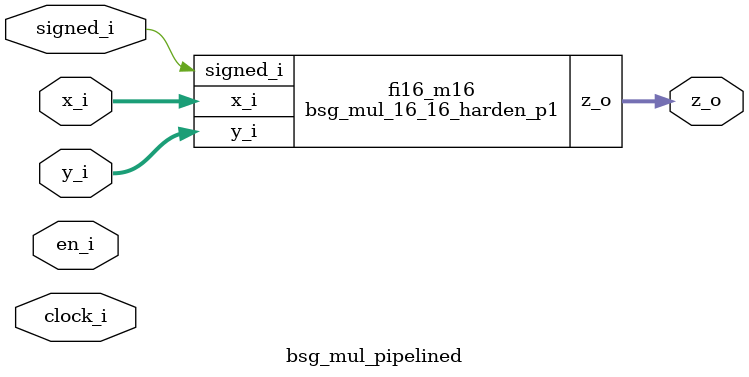
<source format=v>


module top
(
  clock_i,
  en_i,
  x_i,
  y_i,
  signed_i,
  z_o
);

  input [15:0] x_i;
  input [15:0] y_i;
  output [31:0] z_o;
  input clock_i;
  input en_i;
  input signed_i;

  bsg_mul_pipelined
  wrapper
  (
    .x_i(x_i),
    .y_i(y_i),
    .z_o(z_o),
    .clock_i(clock_i),
    .en_i(en_i),
    .signed_i(signed_i)
  );


endmodule



module bsg_mul_SDN_width_p16
(
  x_i,
  signed_i,
  SDN_o
);

  input [15:0] x_i;
  output [26:0] SDN_o;
  input signed_i;
  wire [26:0] SDN_o;
  wire N0,N1,N2,N3,N4,N5,N6,N7,N8,N9,N10,N11,N12,N13,N14,N15,N16,N17,N18,N19,N20,N21,
  N22,N23,N24,N25,N26,N27,N28,N29,N30,N31,N32,N33,N34,N35,N36,N37,N38,N39,N40,N41,
  N42,N43,N44,N45,N46,N47,N48,N49,N50,N51,N52,N53,N54;
  wire [1:0] rof_8__trip;
  assign SDN_o[21] = x_i[15];
  assign SDN_o[18] = x_i[13];
  assign SDN_o[15] = x_i[11];
  assign SDN_o[12] = x_i[9];
  assign SDN_o[9] = x_i[7];
  assign SDN_o[6] = x_i[5];
  assign SDN_o[3] = x_i[3];
  assign SDN_o[0] = x_i[1];
  assign SDN_o[1] = N2 | N5;
  assign N2 = N0 & N1;
  assign N0 = x_i[0] & 1'b0;
  assign N1 = ~x_i[1];
  assign N5 = N4 & x_i[1];
  assign N4 = ~N3;
  assign N3 = x_i[0] | 1'b0;
  assign SDN_o[2] = 1'b0 ^ x_i[0];
  assign SDN_o[4] = N8 | N11;
  assign N8 = N6 & N7;
  assign N6 = x_i[2] & x_i[1];
  assign N7 = ~x_i[3];
  assign N11 = N10 & x_i[3];
  assign N10 = ~N9;
  assign N9 = x_i[2] | x_i[1];
  assign SDN_o[5] = x_i[1] ^ x_i[2];
  assign SDN_o[7] = N14 | N17;
  assign N14 = N12 & N13;
  assign N12 = x_i[4] & x_i[3];
  assign N13 = ~x_i[5];
  assign N17 = N16 & x_i[5];
  assign N16 = ~N15;
  assign N15 = x_i[4] | x_i[3];
  assign SDN_o[8] = x_i[3] ^ x_i[4];
  assign SDN_o[10] = N20 | N23;
  assign N20 = N18 & N19;
  assign N18 = x_i[6] & x_i[5];
  assign N19 = ~x_i[7];
  assign N23 = N22 & x_i[7];
  assign N22 = ~N21;
  assign N21 = x_i[6] | x_i[5];
  assign SDN_o[11] = x_i[5] ^ x_i[6];
  assign SDN_o[13] = N26 | N29;
  assign N26 = N24 & N25;
  assign N24 = x_i[8] & x_i[7];
  assign N25 = ~x_i[9];
  assign N29 = N28 & x_i[9];
  assign N28 = ~N27;
  assign N27 = x_i[8] | x_i[7];
  assign SDN_o[14] = x_i[7] ^ x_i[8];
  assign SDN_o[16] = N32 | N35;
  assign N32 = N30 & N31;
  assign N30 = x_i[10] & x_i[9];
  assign N31 = ~x_i[11];
  assign N35 = N34 & x_i[11];
  assign N34 = ~N33;
  assign N33 = x_i[10] | x_i[9];
  assign SDN_o[17] = x_i[9] ^ x_i[10];
  assign SDN_o[19] = N38 | N41;
  assign N38 = N36 & N37;
  assign N36 = x_i[12] & x_i[11];
  assign N37 = ~x_i[13];
  assign N41 = N40 & x_i[13];
  assign N40 = ~N39;
  assign N39 = x_i[12] | x_i[11];
  assign SDN_o[20] = x_i[11] ^ x_i[12];
  assign SDN_o[22] = N44 | N47;
  assign N44 = N42 & N43;
  assign N42 = x_i[14] & x_i[13];
  assign N43 = ~x_i[15];
  assign N47 = N46 & x_i[15];
  assign N46 = ~N45;
  assign N45 = x_i[14] | x_i[13];
  assign SDN_o[23] = x_i[13] ^ x_i[14];
  assign SDN_o[24] = 1'b0 & N48;
  assign N48 = ~signed_i;
  assign rof_8__trip[1] = 1'b0 & N48;
  assign rof_8__trip[0] = x_i[15] & N48;
  assign SDN_o[25] = N51 | N54;
  assign N51 = N49 & N50;
  assign N49 = rof_8__trip[1] & rof_8__trip[0];
  assign N50 = ~SDN_o[24];
  assign N54 = N53 & SDN_o[24];
  assign N53 = ~N52;
  assign N52 = rof_8__trip[1] | rof_8__trip[0];
  assign SDN_o[26] = rof_8__trip[0] ^ rof_8__trip[1];

endmodule



module bsg_mul_csa
(
  x_i,
  y_i,
  z_i,
  c_o,
  s_o
);

  input x_i;
  input y_i;
  input z_i;
  output c_o;
  output s_o;
  wire c_o,s_o,N0,N1;
  assign { N1, N0 } = x_i + y_i;
  assign { c_o, s_o } = { N1, N0 } + z_i;

endmodule



module bsg_mul_comp42
(
  i,
  cr_i,
  cl_o,
  c_o,
  s_o
);

  input [3:0] i;
  input cr_i;
  output cl_o;
  output c_o;
  output s_o;
  wire cl_o,c_o,s_o,tmp;

  bsg_mul_csa
  csa_1
  (
    .x_i(i[0]),
    .y_i(i[1]),
    .z_i(i[2]),
    .c_o(cl_o),
    .s_o(tmp)
  );


  bsg_mul_csa
  csa_2
  (
    .x_i(i[3]),
    .y_i(tmp),
    .z_i(cr_i),
    .c_o(c_o),
    .s_o(s_o)
  );


endmodule



module bsg_mul_booth_4_block_000002_000000_00000c_000000
(
  SDN_i,
  cr_i,
  y_i,
  cl_o,
  c_o,
  s_o
);

  input [14:0] SDN_i;
  input [7:0] y_i;
  input cr_i;
  output cl_o;
  output c_o;
  output s_o;
  wire cl_o,c_o,s_o,N0,N1,N2;
  wire [0:0] dot_vals;

  bsg_mul_comp42
  c
  (
    .i({ 1'b0, 1'b0, SDN_i[3:3], dot_vals[0:0] }),
    .cr_i(cr_i),
    .cl_o(cl_o),
    .c_o(c_o),
    .s_o(s_o)
  );

  assign dot_vals[0] = N2 ^ SDN_i[3];
  assign N2 = N0 | N1;
  assign N0 = SDN_i[5] & y_i[1];
  assign N1 = SDN_i[4] & y_i[0];

endmodule



module bsg_mul_booth_4_block_000000_000000_00000e_000000
(
  SDN_i,
  cr_i,
  y_i,
  cl_o,
  c_o,
  s_o
);

  input [14:0] SDN_i;
  input [7:0] y_i;
  input cr_i;
  output cl_o;
  output c_o;
  output s_o;
  wire cl_o,c_o,s_o,N0,N1,N2;
  wire [0:0] dot_vals;

  bsg_mul_comp42
  c
  (
    .i({ 1'b0, 1'b0, 1'b0, dot_vals[0:0] }),
    .cr_i(cr_i),
    .cl_o(cl_o),
    .c_o(c_o),
    .s_o(s_o)
  );

  assign dot_vals[0] = N2 ^ SDN_i[3];
  assign N2 = N0 | N1;
  assign N0 = SDN_i[5] & y_i[1];
  assign N1 = SDN_i[4] & y_i[0];

endmodule



module bsg_mul_booth_4_block_000004_000000_000008_000000
(
  SDN_i,
  cr_i,
  y_i,
  cl_o,
  c_o,
  s_o
);

  input [14:0] SDN_i;
  input [7:0] y_i;
  input cr_i;
  output cl_o;
  output c_o;
  output s_o;
  wire cl_o,c_o,s_o,N0,N1,N2,N3,N4,N5;
  wire [1:0] dot_vals;

  bsg_mul_comp42
  c
  (
    .i({ 1'b0, SDN_i[6:6], dot_vals }),
    .cr_i(cr_i),
    .cl_o(cl_o),
    .c_o(c_o),
    .s_o(s_o)
  );

  assign dot_vals[0] = N2 ^ SDN_i[3];
  assign N2 = N0 | N1;
  assign N0 = SDN_i[5] & y_i[1];
  assign N1 = SDN_i[4] & y_i[0];
  assign dot_vals[1] = N5 ^ SDN_i[6];
  assign N5 = N3 | N4;
  assign N3 = SDN_i[8] & y_i[3];
  assign N4 = SDN_i[7] & y_i[2];

endmodule



module bsg_mul_booth_4_block_000000_000000_00000c_000000
(
  SDN_i,
  cr_i,
  y_i,
  cl_o,
  c_o,
  s_o
);

  input [14:0] SDN_i;
  input [7:0] y_i;
  input cr_i;
  output cl_o;
  output c_o;
  output s_o;
  wire cl_o,c_o,s_o,N0,N1,N2,N3,N4,N5;
  wire [1:0] dot_vals;

  bsg_mul_comp42
  c
  (
    .i({ 1'b0, 1'b0, dot_vals }),
    .cr_i(cr_i),
    .cl_o(cl_o),
    .c_o(c_o),
    .s_o(s_o)
  );

  assign dot_vals[0] = N2 ^ SDN_i[3];
  assign N2 = N0 | N1;
  assign N0 = SDN_i[5] & y_i[1];
  assign N1 = SDN_i[4] & y_i[0];
  assign dot_vals[1] = N5 ^ SDN_i[6];
  assign N5 = N3 | N4;
  assign N3 = SDN_i[8] & y_i[3];
  assign N4 = SDN_i[7] & y_i[2];

endmodule



module bsg_mul_booth_4_block_000008_000000_000000_000000
(
  SDN_i,
  cr_i,
  y_i,
  cl_o,
  c_o,
  s_o
);

  input [14:0] SDN_i;
  input [7:0] y_i;
  input cr_i;
  output cl_o;
  output c_o;
  output s_o;
  wire cl_o,c_o,s_o,N0,N1,N2,N3,N4,N5,N6,N7,N8;
  wire [2:0] dot_vals;

  bsg_mul_comp42
  c
  (
    .i({ SDN_i[9:9], dot_vals }),
    .cr_i(cr_i),
    .cl_o(cl_o),
    .c_o(c_o),
    .s_o(s_o)
  );

  assign dot_vals[0] = N2 ^ SDN_i[3];
  assign N2 = N0 | N1;
  assign N0 = SDN_i[5] & y_i[1];
  assign N1 = SDN_i[4] & y_i[0];
  assign dot_vals[1] = N5 ^ SDN_i[6];
  assign N5 = N3 | N4;
  assign N3 = SDN_i[8] & y_i[3];
  assign N4 = SDN_i[7] & y_i[2];
  assign dot_vals[2] = N8 ^ SDN_i[9];
  assign N8 = N6 | N7;
  assign N6 = SDN_i[11] & y_i[5];
  assign N7 = SDN_i[10] & y_i[4];

endmodule



module bsg_mul_booth_4_block_000000_000000_000008_000000
(
  SDN_i,
  cr_i,
  y_i,
  cl_o,
  c_o,
  s_o
);

  input [14:0] SDN_i;
  input [7:0] y_i;
  input cr_i;
  output cl_o;
  output c_o;
  output s_o;
  wire cl_o,c_o,s_o,N0,N1,N2,N3,N4,N5,N6,N7,N8;
  wire [2:0] dot_vals;

  bsg_mul_comp42
  c
  (
    .i({ 1'b0, dot_vals }),
    .cr_i(cr_i),
    .cl_o(cl_o),
    .c_o(c_o),
    .s_o(s_o)
  );

  assign dot_vals[0] = N2 ^ SDN_i[3];
  assign N2 = N0 | N1;
  assign N0 = SDN_i[5] & y_i[1];
  assign N1 = SDN_i[4] & y_i[0];
  assign dot_vals[1] = N5 ^ SDN_i[6];
  assign N5 = N3 | N4;
  assign N3 = SDN_i[8] & y_i[3];
  assign N4 = SDN_i[7] & y_i[2];
  assign dot_vals[2] = N8 ^ SDN_i[9];
  assign N8 = N6 | N7;
  assign N6 = SDN_i[11] & y_i[5];
  assign N7 = SDN_i[10] & y_i[4];

endmodule



module bsg_mul_booth_4_block_rep_00000006_080402_000000_80c8ec_000000
(
  SDN_i,
  cr_i,
  y_vec_i,
  cl_o,
  c_o,
  s_o
);

  input [14:0] SDN_i;
  input [47:0] y_vec_i;
  output [5:0] c_o;
  output [5:0] s_o;
  input cr_i;
  output cl_o;
  wire [5:0] c_o,s_o;
  wire cl_o;
  wire [5:1] ci_local;

  bsg_mul_booth_4_block_000002_000000_00000c_000000
  rof_0__b4b
  (
    .SDN_i(SDN_i),
    .cr_i(cr_i),
    .y_i(y_vec_i[7:0]),
    .cl_o(ci_local[1]),
    .c_o(c_o[0]),
    .s_o(s_o[0])
  );


  bsg_mul_booth_4_block_000000_000000_00000e_000000
  rof_1__b4b
  (
    .SDN_i(SDN_i),
    .cr_i(ci_local[1]),
    .y_i(y_vec_i[15:8]),
    .cl_o(ci_local[2]),
    .c_o(c_o[1]),
    .s_o(s_o[1])
  );


  bsg_mul_booth_4_block_000004_000000_000008_000000
  rof_2__b4b
  (
    .SDN_i(SDN_i),
    .cr_i(ci_local[2]),
    .y_i(y_vec_i[23:16]),
    .cl_o(ci_local[3]),
    .c_o(c_o[2]),
    .s_o(s_o[2])
  );


  bsg_mul_booth_4_block_000000_000000_00000c_000000
  rof_3__b4b
  (
    .SDN_i(SDN_i),
    .cr_i(ci_local[3]),
    .y_i(y_vec_i[31:24]),
    .cl_o(ci_local[4]),
    .c_o(c_o[3]),
    .s_o(s_o[3])
  );


  bsg_mul_booth_4_block_000008_000000_000000_000000
  rof_4__b4b
  (
    .SDN_i(SDN_i),
    .cr_i(ci_local[4]),
    .y_i(y_vec_i[39:32]),
    .cl_o(ci_local[5]),
    .c_o(c_o[4]),
    .s_o(s_o[4])
  );


  bsg_mul_booth_4_block_000000_000000_000008_000000
  rof_5__b4b
  (
    .SDN_i(SDN_i),
    .cr_i(ci_local[5]),
    .y_i(y_vec_i[47:40]),
    .cl_o(cl_o),
    .c_o(c_o[5]),
    .s_o(s_o[5])
  );


endmodule



module bsg_mul_B4B_rep_00000006_0000000000_16_080402_000000_80c8ec_000000_1
(
  SDN_i,
  cr_i,
  y_i,
  signed_i,
  cl_o,
  c_o,
  s_o
);

  input [14:0] SDN_i;
  input [15:0] y_i;
  output [5:0] c_o;
  output [5:0] s_o;
  input cr_i;
  input signed_i;
  output cl_o;
  wire [5:0] c_o,s_o;
  wire cl_o;

  bsg_mul_booth_4_block_rep_00000006_080402_000000_80c8ec_000000
  bb4bh
  (
    .SDN_i(SDN_i),
    .cr_i(cr_i),
    .y_vec_i({ 1'b0, 1'b0, y_i[1:0], y_i[3:2], y_i[5:4], 1'b0, 1'b0, y_i[0:0], 1'b0, y_i[2:1], y_i[4:3], 1'b0, 1'b0, 1'b0, 1'b0, y_i[1:0], y_i[3:2], 1'b0, 1'b0, 1'b0, 1'b0, y_i[0:0], 1'b0, y_i[2:1], 1'b0, 1'b0, 1'b0, 1'b0, 1'b0, 1'b0, y_i[1:0], 1'b0, 1'b0, 1'b0, 1'b0, 1'b0, 1'b0, y_i[0:0], 1'b0 }),
    .cl_o(cl_o),
    .c_o(c_o),
    .s_o(s_o)
  );


endmodule



module bsg_mul_booth_4_block_00000000_00000000_00000000_00000000
(
  SDN_i,
  cr_i,
  y_i,
  cl_o,
  c_o,
  s_o
);

  input [14:0] SDN_i;
  input [7:0] y_i;
  input cr_i;
  output cl_o;
  output c_o;
  output s_o;
  wire cl_o,c_o,s_o,N0,N1,N2,N3,N4,N5,N6,N7,N8,N9,N10,N11;
  wire [3:0] dot_vals;

  bsg_mul_comp42
  c
  (
    .i(dot_vals),
    .cr_i(cr_i),
    .cl_o(cl_o),
    .c_o(c_o),
    .s_o(s_o)
  );

  assign dot_vals[0] = N2 ^ SDN_i[3];
  assign N2 = N0 | N1;
  assign N0 = SDN_i[5] & y_i[1];
  assign N1 = SDN_i[4] & y_i[0];
  assign dot_vals[1] = N5 ^ SDN_i[6];
  assign N5 = N3 | N4;
  assign N3 = SDN_i[8] & y_i[3];
  assign N4 = SDN_i[7] & y_i[2];
  assign dot_vals[2] = N8 ^ SDN_i[9];
  assign N8 = N6 | N7;
  assign N6 = SDN_i[11] & y_i[5];
  assign N7 = SDN_i[10] & y_i[4];
  assign dot_vals[3] = N11 ^ SDN_i[12];
  assign N11 = N9 | N10;
  assign N9 = SDN_i[14] & y_i[7];
  assign N10 = SDN_i[13] & y_i[6];

endmodule



module bsg_mul_booth_4_block_rep_00000008_00000000_00000000_00000000_00000000
(
  SDN_i,
  cr_i,
  y_vec_i,
  cl_o,
  c_o,
  s_o
);

  input [14:0] SDN_i;
  input [63:0] y_vec_i;
  output [7:0] c_o;
  output [7:0] s_o;
  input cr_i;
  output cl_o;
  wire [7:0] c_o,s_o;
  wire cl_o;
  wire [7:1] ci_local;

  bsg_mul_booth_4_block_00000000_00000000_00000000_00000000
  rof_0__b4b
  (
    .SDN_i(SDN_i),
    .cr_i(cr_i),
    .y_i(y_vec_i[7:0]),
    .cl_o(ci_local[1]),
    .c_o(c_o[0]),
    .s_o(s_o[0])
  );


  bsg_mul_booth_4_block_00000000_00000000_00000000_00000000
  rof_1__b4b
  (
    .SDN_i(SDN_i),
    .cr_i(ci_local[1]),
    .y_i(y_vec_i[15:8]),
    .cl_o(ci_local[2]),
    .c_o(c_o[1]),
    .s_o(s_o[1])
  );


  bsg_mul_booth_4_block_00000000_00000000_00000000_00000000
  rof_2__b4b
  (
    .SDN_i(SDN_i),
    .cr_i(ci_local[2]),
    .y_i(y_vec_i[23:16]),
    .cl_o(ci_local[3]),
    .c_o(c_o[2]),
    .s_o(s_o[2])
  );


  bsg_mul_booth_4_block_00000000_00000000_00000000_00000000
  rof_3__b4b
  (
    .SDN_i(SDN_i),
    .cr_i(ci_local[3]),
    .y_i(y_vec_i[31:24]),
    .cl_o(ci_local[4]),
    .c_o(c_o[3]),
    .s_o(s_o[3])
  );


  bsg_mul_booth_4_block_00000000_00000000_00000000_00000000
  rof_4__b4b
  (
    .SDN_i(SDN_i),
    .cr_i(ci_local[4]),
    .y_i(y_vec_i[39:32]),
    .cl_o(ci_local[5]),
    .c_o(c_o[4]),
    .s_o(s_o[4])
  );


  bsg_mul_booth_4_block_00000000_00000000_00000000_00000000
  rof_5__b4b
  (
    .SDN_i(SDN_i),
    .cr_i(ci_local[5]),
    .y_i(y_vec_i[47:40]),
    .cl_o(ci_local[6]),
    .c_o(c_o[5]),
    .s_o(s_o[5])
  );


  bsg_mul_booth_4_block_00000000_00000000_00000000_00000000
  rof_6__b4b
  (
    .SDN_i(SDN_i),
    .cr_i(ci_local[6]),
    .y_i(y_vec_i[55:48]),
    .cl_o(ci_local[7]),
    .c_o(c_o[6]),
    .s_o(s_o[6])
  );


  bsg_mul_booth_4_block_00000000_00000000_00000000_00000000
  rof_7__b4b
  (
    .SDN_i(SDN_i),
    .cr_i(ci_local[7]),
    .y_i(y_vec_i[63:56]),
    .cl_o(cl_o),
    .c_o(c_o[7]),
    .s_o(s_o[7])
  );


endmodule



module bsg_mul_B4B_rep_00000008_0000000006_16_00000000_00000000_00000000_00000000_1
(
  SDN_i,
  cr_i,
  y_i,
  signed_i,
  cl_o,
  c_o,
  s_o
);

  input [14:0] SDN_i;
  input [15:0] y_i;
  output [7:0] c_o;
  output [7:0] s_o;
  input cr_i;
  input signed_i;
  output cl_o;
  wire [7:0] c_o,s_o;
  wire cl_o;

  bsg_mul_booth_4_block_rep_00000008_00000000_00000000_00000000_00000000
  bb4bh
  (
    .SDN_i(SDN_i),
    .cr_i(cr_i),
    .y_vec_i({ y_i[7:6], y_i[9:8], y_i[11:10], y_i[13:12], y_i[6:5], y_i[8:7], y_i[10:9], y_i[12:11], y_i[5:4], y_i[7:6], y_i[9:8], y_i[11:10], y_i[4:3], y_i[6:5], y_i[8:7], y_i[10:9], y_i[3:2], y_i[5:4], y_i[7:6], y_i[9:8], y_i[2:1], y_i[4:3], y_i[6:5], y_i[8:7], y_i[1:0], y_i[3:2], y_i[5:4], y_i[7:6], y_i[0:0], 1'b0, y_i[2:1], y_i[4:3], y_i[6:5] }),
    .cl_o(cl_o),
    .c_o(c_o),
    .s_o(s_o)
  );


endmodule



module bsg_mul_booth_4_block_000000_000000_000000_000000
(
  SDN_i,
  cr_i,
  y_i,
  cl_o,
  c_o,
  s_o
);

  input [14:0] SDN_i;
  input [7:0] y_i;
  input cr_i;
  output cl_o;
  output c_o;
  output s_o;
  wire cl_o,c_o,s_o,N0,N1,N2,N3,N4,N5,N6,N7,N8,N9,N10,N11;
  wire [3:0] dot_vals;

  bsg_mul_comp42
  c
  (
    .i(dot_vals),
    .cr_i(cr_i),
    .cl_o(cl_o),
    .c_o(c_o),
    .s_o(s_o)
  );

  assign dot_vals[0] = N2 ^ SDN_i[3];
  assign N2 = N0 | N1;
  assign N0 = SDN_i[5] & y_i[1];
  assign N1 = SDN_i[4] & y_i[0];
  assign dot_vals[1] = N5 ^ SDN_i[6];
  assign N5 = N3 | N4;
  assign N3 = SDN_i[8] & y_i[3];
  assign N4 = SDN_i[7] & y_i[2];
  assign dot_vals[2] = N8 ^ SDN_i[9];
  assign N8 = N6 | N7;
  assign N6 = SDN_i[11] & y_i[5];
  assign N7 = SDN_i[10] & y_i[4];
  assign dot_vals[3] = N11 ^ SDN_i[12];
  assign N11 = N9 | N10;
  assign N9 = SDN_i[14] & y_i[7];
  assign N10 = SDN_i[13] & y_i[6];

endmodule



module bsg_mul_booth_4_block_000000_000003_000000_000000
(
  SDN_i,
  cr_i,
  y_i,
  cl_o,
  c_o,
  s_o
);

  input [14:0] SDN_i;
  input [7:0] y_i;
  input cr_i;
  output cl_o;
  output c_o;
  output s_o;
  wire cl_o,c_o,s_o,N0,N1,N2,N3,N4,N5,N6,N7,N8,N9,N10,N11,N12,N13;
  wire [3:0] dot_vals;

  bsg_mul_comp42
  c
  (
    .i(dot_vals),
    .cr_i(cr_i),
    .cl_o(cl_o),
    .c_o(c_o),
    .s_o(s_o)
  );

  assign N0 = N4 ^ SDN_i[3];
  assign N4 = N2 | N3;
  assign N2 = SDN_i[5] & y_i[1];
  assign N3 = SDN_i[4] & y_i[0];
  assign dot_vals[0] = ~N0;
  assign N1 = N7 ^ SDN_i[6];
  assign N7 = N5 | N6;
  assign N5 = SDN_i[8] & y_i[3];
  assign N6 = SDN_i[7] & y_i[2];
  assign dot_vals[1] = ~N1;
  assign dot_vals[2] = N10 ^ SDN_i[9];
  assign N10 = N8 | N9;
  assign N8 = SDN_i[11] & y_i[5];
  assign N9 = SDN_i[10] & y_i[4];
  assign dot_vals[3] = N13 ^ SDN_i[12];
  assign N13 = N11 | N12;
  assign N11 = SDN_i[14] & y_i[7];
  assign N12 = SDN_i[13] & y_i[6];

endmodule



module bsg_mul_booth_4_block_rep_00000006_000000_300000_000000_000000
(
  SDN_i,
  cr_i,
  y_vec_i,
  cl_o,
  c_o,
  s_o
);

  input [14:0] SDN_i;
  input [47:0] y_vec_i;
  output [5:0] c_o;
  output [5:0] s_o;
  input cr_i;
  output cl_o;
  wire [5:0] c_o,s_o;
  wire cl_o;
  wire [5:1] ci_local;

  bsg_mul_booth_4_block_000000_000000_000000_000000
  rof_0__b4b
  (
    .SDN_i(SDN_i),
    .cr_i(cr_i),
    .y_i(y_vec_i[7:0]),
    .cl_o(ci_local[1]),
    .c_o(c_o[0]),
    .s_o(s_o[0])
  );


  bsg_mul_booth_4_block_000000_000000_000000_000000
  rof_1__b4b
  (
    .SDN_i(SDN_i),
    .cr_i(ci_local[1]),
    .y_i(y_vec_i[15:8]),
    .cl_o(ci_local[2]),
    .c_o(c_o[1]),
    .s_o(s_o[1])
  );


  bsg_mul_booth_4_block_000000_000000_000000_000000
  rof_2__b4b
  (
    .SDN_i(SDN_i),
    .cr_i(ci_local[2]),
    .y_i(y_vec_i[23:16]),
    .cl_o(ci_local[3]),
    .c_o(c_o[2]),
    .s_o(s_o[2])
  );


  bsg_mul_booth_4_block_000000_000000_000000_000000
  rof_3__b4b
  (
    .SDN_i(SDN_i),
    .cr_i(ci_local[3]),
    .y_i(y_vec_i[31:24]),
    .cl_o(ci_local[4]),
    .c_o(c_o[3]),
    .s_o(s_o[3])
  );


  bsg_mul_booth_4_block_000000_000000_000000_000000
  rof_4__b4b
  (
    .SDN_i(SDN_i),
    .cr_i(ci_local[4]),
    .y_i(y_vec_i[39:32]),
    .cl_o(ci_local[5]),
    .c_o(c_o[4]),
    .s_o(s_o[4])
  );


  bsg_mul_booth_4_block_000000_000003_000000_000000
  rof_5__b4b
  (
    .SDN_i(SDN_i),
    .cr_i(ci_local[5]),
    .y_i(y_vec_i[47:40]),
    .cl_o(cl_o),
    .c_o(c_o[5]),
    .s_o(s_o[5])
  );


endmodule



module bsg_mul_B4B_rep_00000006_000000000e_16_000000_300000_000000_000000_1
(
  SDN_i,
  cr_i,
  y_i,
  signed_i,
  cl_o,
  c_o,
  s_o
);

  input [14:0] SDN_i;
  input [15:0] y_i;
  output [5:0] c_o;
  output [5:0] s_o;
  input cr_i;
  input signed_i;
  output cl_o;
  wire [5:0] c_o,s_o;
  wire cl_o;
  wire [28:25] y_pad;

  bsg_mul_booth_4_block_rep_00000006_000000_300000_000000_000000
  bb4bh
  (
    .SDN_i(SDN_i),
    .cr_i(cr_i),
    .y_vec_i({ y_i[13:12], y_i[15:14], y_pad[26:25], y_pad[28:27], y_i[12:11], y_i[14:13], y_pad[25:25], y_i[15:15], y_pad[27:26], y_i[11:10], y_i[13:12], y_i[15:14], y_pad[26:25], y_i[10:9], y_i[12:11], y_i[14:13], y_pad[25:25], y_i[15:15], y_i[9:8], y_i[11:10], y_i[13:12], y_i[15:14], y_i[8:7], y_i[10:9], y_i[12:11], y_i[14:13] }),
    .cl_o(cl_o),
    .c_o(c_o),
    .s_o(s_o)
  );

  assign y_pad[28] = y_i[15] & signed_i;
  assign y_pad[27] = y_i[15] & signed_i;
  assign y_pad[26] = y_i[15] & signed_i;
  assign y_pad[25] = y_i[15] & signed_i;

endmodule



module bsg_mul_booth_4_block_00000_00000_00001_00002
(
  SDN_i,
  cr_i,
  y_i,
  cl_o,
  c_o,
  s_o
);

  input [14:0] SDN_i;
  input [7:0] y_i;
  input cr_i;
  output cl_o;
  output c_o;
  output s_o;
  wire cl_o,c_o,s_o,N0,N1,N2,N3,N4,N5;
  wire [3:2] dot_vals;

  bsg_mul_comp42
  c
  (
    .i({ dot_vals, 1'b1, 1'b0 }),
    .cr_i(cr_i),
    .cl_o(cl_o),
    .c_o(c_o),
    .s_o(s_o)
  );

  assign dot_vals[2] = N2 ^ SDN_i[9];
  assign N2 = N0 | N1;
  assign N0 = SDN_i[11] & y_i[5];
  assign N1 = SDN_i[10] & y_i[4];
  assign dot_vals[3] = N5 ^ SDN_i[12];
  assign N5 = N3 | N4;
  assign N3 = SDN_i[14] & y_i[7];
  assign N4 = SDN_i[13] & y_i[6];

endmodule



module bsg_mul_booth_4_block_00000_00004_00003_00000
(
  SDN_i,
  cr_i,
  y_i,
  cl_o,
  c_o,
  s_o
);

  input [14:0] SDN_i;
  input [7:0] y_i;
  input cr_i;
  output cl_o;
  output c_o;
  output s_o;
  wire cl_o,c_o,s_o,N0,N1,N2,N3,N4,N5,N6;
  wire [3:2] dot_vals;

  bsg_mul_comp42
  c
  (
    .i({ dot_vals, 1'b0, 1'b0 }),
    .cr_i(cr_i),
    .cl_o(cl_o),
    .c_o(c_o),
    .s_o(s_o)
  );

  assign N0 = N3 ^ SDN_i[9];
  assign N3 = N1 | N2;
  assign N1 = SDN_i[11] & y_i[5];
  assign N2 = SDN_i[10] & y_i[4];
  assign dot_vals[2] = ~N0;
  assign dot_vals[3] = N6 ^ SDN_i[12];
  assign N6 = N4 | N5;
  assign N4 = SDN_i[14] & y_i[7];
  assign N5 = SDN_i[13] & y_i[6];

endmodule



module bsg_mul_booth_4_block_00000_00000_00003_00004
(
  SDN_i,
  cr_i,
  y_i,
  cl_o,
  c_o,
  s_o
);

  input [14:0] SDN_i;
  input [7:0] y_i;
  input cr_i;
  output cl_o;
  output c_o;
  output s_o;
  wire cl_o,c_o,s_o,N0,N1,N2;
  wire [3:3] dot_vals;

  bsg_mul_comp42
  c
  (
    .i({ dot_vals[3:3], 1'b1, 1'b0, 1'b0 }),
    .cr_i(cr_i),
    .cl_o(cl_o),
    .c_o(c_o),
    .s_o(s_o)
  );

  assign dot_vals[3] = N2 ^ SDN_i[12];
  assign N2 = N0 | N1;
  assign N0 = SDN_i[14] & y_i[7];
  assign N1 = SDN_i[13] & y_i[6];

endmodule



module bsg_mul_booth_4_block_00000_00008_00007_00000
(
  SDN_i,
  cr_i,
  y_i,
  cl_o,
  c_o,
  s_o
);

  input [14:0] SDN_i;
  input [7:0] y_i;
  input cr_i;
  output cl_o;
  output c_o;
  output s_o;
  wire cl_o,c_o,s_o,N0,N1,N2,N3;
  wire [3:3] dot_vals;

  bsg_mul_comp42
  c
  (
    .i({ dot_vals[3:3], 1'b0, 1'b0, 1'b0 }),
    .cr_i(cr_i),
    .cl_o(cl_o),
    .c_o(c_o),
    .s_o(s_o)
  );

  assign N0 = N3 ^ SDN_i[12];
  assign N3 = N1 | N2;
  assign N1 = SDN_i[14] & y_i[7];
  assign N2 = SDN_i[13] & y_i[6];
  assign dot_vals[3] = ~N0;

endmodule



module bsg_mul_booth_4_block_00000_00000_00007_00008
(
  SDN_i,
  cr_i,
  y_i,
  cl_o,
  c_o,
  s_o
);

  input [14:0] SDN_i;
  input [7:0] y_i;
  input cr_i;
  output cl_o;
  output c_o;
  output s_o;
  wire cl_o,c_o,s_o;

  bsg_mul_comp42
  c
  (
    .i({ 1'b1, 1'b0, 1'b0, 1'b0 }),
    .cr_i(cr_i),
    .cl_o(cl_o),
    .c_o(c_o),
    .s_o(s_o)
  );


endmodule



module bsg_mul_booth_4_block_rep_00000005_00000_08040_77331_80402
(
  SDN_i,
  cr_i,
  y_vec_i,
  cl_o,
  c_o,
  s_o
);

  input [14:0] SDN_i;
  input [39:0] y_vec_i;
  output [4:0] c_o;
  output [4:0] s_o;
  input cr_i;
  output cl_o;
  wire [4:0] c_o,s_o;
  wire cl_o;
  wire [4:1] ci_local;

  bsg_mul_booth_4_block_00000_00000_00001_00002
  rof_0__b4b
  (
    .SDN_i(SDN_i),
    .cr_i(cr_i),
    .y_i(y_vec_i[7:0]),
    .cl_o(ci_local[1]),
    .c_o(c_o[0]),
    .s_o(s_o[0])
  );


  bsg_mul_booth_4_block_00000_00004_00003_00000
  rof_1__b4b
  (
    .SDN_i(SDN_i),
    .cr_i(ci_local[1]),
    .y_i(y_vec_i[15:8]),
    .cl_o(ci_local[2]),
    .c_o(c_o[1]),
    .s_o(s_o[1])
  );


  bsg_mul_booth_4_block_00000_00000_00003_00004
  rof_2__b4b
  (
    .SDN_i(SDN_i),
    .cr_i(ci_local[2]),
    .y_i(y_vec_i[23:16]),
    .cl_o(ci_local[3]),
    .c_o(c_o[2]),
    .s_o(s_o[2])
  );


  bsg_mul_booth_4_block_00000_00008_00007_00000
  rof_3__b4b
  (
    .SDN_i(SDN_i),
    .cr_i(ci_local[3]),
    .y_i(y_vec_i[31:24]),
    .cl_o(ci_local[4]),
    .c_o(c_o[3]),
    .s_o(s_o[3])
  );


  bsg_mul_booth_4_block_00000_00000_00007_00008
  rof_4__b4b
  (
    .SDN_i(SDN_i),
    .cr_i(ci_local[4]),
    .y_i(y_vec_i[39:32]),
    .cl_o(cl_o),
    .c_o(c_o[4]),
    .s_o(s_o[4])
  );


endmodule



module bsg_mul_B4B_rep_00000005_0000000014_16_00000_08040_77331_80402_1
(
  SDN_i,
  cr_i,
  y_i,
  signed_i,
  cl_o,
  c_o,
  s_o
);

  input [14:0] SDN_i;
  input [15:0] y_i;
  output [4:0] c_o;
  output [4:0] s_o;
  input cr_i;
  input signed_i;
  output cl_o;
  wire [4:0] c_o,s_o;
  wire cl_o;
  wire [32:25] y_pad;

  bsg_mul_booth_4_block_rep_00000005_00000_08040_77331_80402
  bb4bh
  (
    .SDN_i(SDN_i),
    .cr_i(cr_i),
    .y_vec_i({ y_pad[27:26], y_pad[29:28], y_pad[31:30], 1'b0, y_pad[32:32], y_pad[26:25], y_pad[28:27], y_pad[30:29], y_pad[32:31], y_pad[25:25], y_i[15:15], y_pad[27:26], y_pad[29:28], y_pad[31:30], y_i[15:14], y_pad[26:25], y_pad[28:27], y_pad[30:29], y_i[14:13], y_pad[25:25], y_i[15:15], y_pad[27:26], y_pad[29:28] }),
    .cl_o(cl_o),
    .c_o(c_o),
    .s_o(s_o)
  );

  assign y_pad[32] = y_i[15] & signed_i;
  assign y_pad[31] = y_i[15] & signed_i;
  assign y_pad[30] = y_i[15] & signed_i;
  assign y_pad[29] = y_i[15] & signed_i;
  assign y_pad[28] = y_i[15] & signed_i;
  assign y_pad[27] = y_i[15] & signed_i;
  assign y_pad[26] = y_i[15] & signed_i;
  assign y_pad[25] = y_i[15] & signed_i;

endmodule



module bsg_mul_B4B_rep_rep_4_25_19140e0600_0_16_1
(
  SDN_i,
  cr_i,
  y_i,
  signed_i,
  cl_o,
  c_o,
  s_o
);

  input [14:0] SDN_i;
  input [15:0] y_i;
  output [24:0] c_o;
  output [24:0] s_o;
  input cr_i;
  input signed_i;
  output cl_o;
  wire [24:0] c_o,s_o;
  wire cl_o;
  wire [3:1] carries;

  bsg_mul_B4B_rep_00000006_0000000000_16_080402_000000_80c8ec_000000_1
  rof_0__br
  (
    .SDN_i(SDN_i),
    .cr_i(cr_i),
    .y_i(y_i),
    .signed_i(signed_i),
    .cl_o(carries[1]),
    .c_o(c_o[5:0]),
    .s_o(s_o[5:0])
  );


  bsg_mul_B4B_rep_00000008_0000000006_16_00000000_00000000_00000000_00000000_1
  rof_1__br
  (
    .SDN_i(SDN_i),
    .cr_i(carries[1]),
    .y_i(y_i),
    .signed_i(signed_i),
    .cl_o(carries[2]),
    .c_o(c_o[13:6]),
    .s_o(s_o[13:6])
  );


  bsg_mul_B4B_rep_00000006_000000000e_16_000000_300000_000000_000000_1
  rof_2__br
  (
    .SDN_i(SDN_i),
    .cr_i(carries[2]),
    .y_i(y_i),
    .signed_i(signed_i),
    .cl_o(carries[3]),
    .c_o(c_o[19:14]),
    .s_o(s_o[19:14])
  );


  bsg_mul_B4B_rep_00000005_0000000014_16_00000_08040_77331_80402_1
  rof_3__br
  (
    .SDN_i(SDN_i),
    .cr_i(carries[3]),
    .y_i(y_i),
    .signed_i(signed_i),
    .cl_o(cl_o),
    .c_o(c_o[24:20]),
    .s_o(s_o[24:20])
  );


endmodule



module bsg_mul_booth_4_block_00000001_00000000_0000000e_00000000
(
  SDN_i,
  cr_i,
  y_i,
  cl_o,
  c_o,
  s_o
);

  input [14:0] SDN_i;
  input [7:0] y_i;
  input cr_i;
  output cl_o;
  output c_o;
  output s_o;
  wire cl_o,c_o,s_o;

  bsg_mul_comp42
  c
  (
    .i({ 1'b0, 1'b0, 1'b0, SDN_i[0:0] }),
    .cr_i(cr_i),
    .cl_o(cl_o),
    .c_o(c_o),
    .s_o(s_o)
  );


endmodule



module bsg_mul_booth_4_block_00000000_00000000_0000000f_00000000
(
  SDN_i,
  cr_i,
  y_i,
  cl_o,
  c_o,
  s_o
);

  input [14:0] SDN_i;
  input [7:0] y_i;
  input cr_i;
  output cl_o;
  output c_o;
  output s_o;
  wire cl_o,c_o,s_o;

  bsg_mul_comp42
  c
  (
    .i({ 1'b0, 1'b0, 1'b0, 1'b0 }),
    .cr_i(cr_i),
    .cl_o(cl_o),
    .c_o(c_o),
    .s_o(s_o)
  );


endmodule



module bsg_mul_booth_4_block_00000002_00000000_0000000c_00000000
(
  SDN_i,
  cr_i,
  y_i,
  cl_o,
  c_o,
  s_o
);

  input [14:0] SDN_i;
  input [7:0] y_i;
  input cr_i;
  output cl_o;
  output c_o;
  output s_o;
  wire cl_o,c_o,s_o,N0,N1,N2;
  wire [0:0] dot_vals;

  bsg_mul_comp42
  c
  (
    .i({ 1'b0, 1'b0, SDN_i[3:3], dot_vals[0:0] }),
    .cr_i(cr_i),
    .cl_o(cl_o),
    .c_o(c_o),
    .s_o(s_o)
  );

  assign dot_vals[0] = N2 ^ SDN_i[3];
  assign N2 = N0 | N1;
  assign N0 = SDN_i[5] & y_i[1];
  assign N1 = SDN_i[4] & y_i[0];

endmodule



module bsg_mul_booth_4_block_00000000_00000000_0000000e_00000000
(
  SDN_i,
  cr_i,
  y_i,
  cl_o,
  c_o,
  s_o
);

  input [14:0] SDN_i;
  input [7:0] y_i;
  input cr_i;
  output cl_o;
  output c_o;
  output s_o;
  wire cl_o,c_o,s_o,N0,N1,N2;
  wire [0:0] dot_vals;

  bsg_mul_comp42
  c
  (
    .i({ 1'b0, 1'b0, 1'b0, dot_vals[0:0] }),
    .cr_i(cr_i),
    .cl_o(cl_o),
    .c_o(c_o),
    .s_o(s_o)
  );

  assign dot_vals[0] = N2 ^ SDN_i[3];
  assign N2 = N0 | N1;
  assign N0 = SDN_i[5] & y_i[1];
  assign N1 = SDN_i[4] & y_i[0];

endmodule



module bsg_mul_booth_4_block_00000004_00000000_00000008_00000000
(
  SDN_i,
  cr_i,
  y_i,
  cl_o,
  c_o,
  s_o
);

  input [14:0] SDN_i;
  input [7:0] y_i;
  input cr_i;
  output cl_o;
  output c_o;
  output s_o;
  wire cl_o,c_o,s_o,N0,N1,N2,N3,N4,N5;
  wire [1:0] dot_vals;

  bsg_mul_comp42
  c
  (
    .i({ 1'b0, SDN_i[6:6], dot_vals }),
    .cr_i(cr_i),
    .cl_o(cl_o),
    .c_o(c_o),
    .s_o(s_o)
  );

  assign dot_vals[0] = N2 ^ SDN_i[3];
  assign N2 = N0 | N1;
  assign N0 = SDN_i[5] & y_i[1];
  assign N1 = SDN_i[4] & y_i[0];
  assign dot_vals[1] = N5 ^ SDN_i[6];
  assign N5 = N3 | N4;
  assign N3 = SDN_i[8] & y_i[3];
  assign N4 = SDN_i[7] & y_i[2];

endmodule



module bsg_mul_booth_4_block_00000000_00000000_0000000c_00000000
(
  SDN_i,
  cr_i,
  y_i,
  cl_o,
  c_o,
  s_o
);

  input [14:0] SDN_i;
  input [7:0] y_i;
  input cr_i;
  output cl_o;
  output c_o;
  output s_o;
  wire cl_o,c_o,s_o,N0,N1,N2,N3,N4,N5;
  wire [1:0] dot_vals;

  bsg_mul_comp42
  c
  (
    .i({ 1'b0, 1'b0, dot_vals }),
    .cr_i(cr_i),
    .cl_o(cl_o),
    .c_o(c_o),
    .s_o(s_o)
  );

  assign dot_vals[0] = N2 ^ SDN_i[3];
  assign N2 = N0 | N1;
  assign N0 = SDN_i[5] & y_i[1];
  assign N1 = SDN_i[4] & y_i[0];
  assign dot_vals[1] = N5 ^ SDN_i[6];
  assign N5 = N3 | N4;
  assign N3 = SDN_i[8] & y_i[3];
  assign N4 = SDN_i[7] & y_i[2];

endmodule



module bsg_mul_booth_4_block_00000008_00000000_00000000_00000000
(
  SDN_i,
  cr_i,
  y_i,
  cl_o,
  c_o,
  s_o
);

  input [14:0] SDN_i;
  input [7:0] y_i;
  input cr_i;
  output cl_o;
  output c_o;
  output s_o;
  wire cl_o,c_o,s_o,N0,N1,N2,N3,N4,N5,N6,N7,N8;
  wire [2:0] dot_vals;

  bsg_mul_comp42
  c
  (
    .i({ SDN_i[9:9], dot_vals }),
    .cr_i(cr_i),
    .cl_o(cl_o),
    .c_o(c_o),
    .s_o(s_o)
  );

  assign dot_vals[0] = N2 ^ SDN_i[3];
  assign N2 = N0 | N1;
  assign N0 = SDN_i[5] & y_i[1];
  assign N1 = SDN_i[4] & y_i[0];
  assign dot_vals[1] = N5 ^ SDN_i[6];
  assign N5 = N3 | N4;
  assign N3 = SDN_i[8] & y_i[3];
  assign N4 = SDN_i[7] & y_i[2];
  assign dot_vals[2] = N8 ^ SDN_i[9];
  assign N8 = N6 | N7;
  assign N6 = SDN_i[11] & y_i[5];
  assign N7 = SDN_i[10] & y_i[4];

endmodule



module bsg_mul_booth_4_block_00000000_00000000_00000008_00000000
(
  SDN_i,
  cr_i,
  y_i,
  cl_o,
  c_o,
  s_o
);

  input [14:0] SDN_i;
  input [7:0] y_i;
  input cr_i;
  output cl_o;
  output c_o;
  output s_o;
  wire cl_o,c_o,s_o,N0,N1,N2,N3,N4,N5,N6,N7,N8;
  wire [2:0] dot_vals;

  bsg_mul_comp42
  c
  (
    .i({ 1'b0, dot_vals }),
    .cr_i(cr_i),
    .cl_o(cl_o),
    .c_o(c_o),
    .s_o(s_o)
  );

  assign dot_vals[0] = N2 ^ SDN_i[3];
  assign N2 = N0 | N1;
  assign N0 = SDN_i[5] & y_i[1];
  assign N1 = SDN_i[4] & y_i[0];
  assign dot_vals[1] = N5 ^ SDN_i[6];
  assign N5 = N3 | N4;
  assign N3 = SDN_i[8] & y_i[3];
  assign N4 = SDN_i[7] & y_i[2];
  assign dot_vals[2] = N8 ^ SDN_i[9];
  assign N8 = N6 | N7;
  assign N6 = SDN_i[11] & y_i[5];
  assign N7 = SDN_i[10] & y_i[4];

endmodule



module bsg_mul_booth_4_block_rep_00000008_08040201_00000000_80c8ecfe_00000000
(
  SDN_i,
  cr_i,
  y_vec_i,
  cl_o,
  c_o,
  s_o
);

  input [14:0] SDN_i;
  input [63:0] y_vec_i;
  output [7:0] c_o;
  output [7:0] s_o;
  input cr_i;
  output cl_o;
  wire [7:0] c_o,s_o;
  wire cl_o;
  wire [7:1] ci_local;

  bsg_mul_booth_4_block_00000001_00000000_0000000e_00000000
  rof_0__b4b
  (
    .SDN_i(SDN_i),
    .cr_i(cr_i),
    .y_i(y_vec_i[7:0]),
    .cl_o(ci_local[1]),
    .c_o(c_o[0]),
    .s_o(s_o[0])
  );


  bsg_mul_booth_4_block_00000000_00000000_0000000f_00000000
  rof_1__b4b
  (
    .SDN_i(SDN_i),
    .cr_i(ci_local[1]),
    .y_i(y_vec_i[15:8]),
    .cl_o(ci_local[2]),
    .c_o(c_o[1]),
    .s_o(s_o[1])
  );


  bsg_mul_booth_4_block_00000002_00000000_0000000c_00000000
  rof_2__b4b
  (
    .SDN_i(SDN_i),
    .cr_i(ci_local[2]),
    .y_i(y_vec_i[23:16]),
    .cl_o(ci_local[3]),
    .c_o(c_o[2]),
    .s_o(s_o[2])
  );


  bsg_mul_booth_4_block_00000000_00000000_0000000e_00000000
  rof_3__b4b
  (
    .SDN_i(SDN_i),
    .cr_i(ci_local[3]),
    .y_i(y_vec_i[31:24]),
    .cl_o(ci_local[4]),
    .c_o(c_o[3]),
    .s_o(s_o[3])
  );


  bsg_mul_booth_4_block_00000004_00000000_00000008_00000000
  rof_4__b4b
  (
    .SDN_i(SDN_i),
    .cr_i(ci_local[4]),
    .y_i(y_vec_i[39:32]),
    .cl_o(ci_local[5]),
    .c_o(c_o[4]),
    .s_o(s_o[4])
  );


  bsg_mul_booth_4_block_00000000_00000000_0000000c_00000000
  rof_5__b4b
  (
    .SDN_i(SDN_i),
    .cr_i(ci_local[5]),
    .y_i(y_vec_i[47:40]),
    .cl_o(ci_local[6]),
    .c_o(c_o[5]),
    .s_o(s_o[5])
  );


  bsg_mul_booth_4_block_00000008_00000000_00000000_00000000
  rof_6__b4b
  (
    .SDN_i(SDN_i),
    .cr_i(ci_local[6]),
    .y_i(y_vec_i[55:48]),
    .cl_o(ci_local[7]),
    .c_o(c_o[6]),
    .s_o(s_o[6])
  );


  bsg_mul_booth_4_block_00000000_00000000_00000008_00000000
  rof_7__b4b
  (
    .SDN_i(SDN_i),
    .cr_i(ci_local[7]),
    .y_i(y_vec_i[63:56]),
    .cl_o(cl_o),
    .c_o(c_o[7]),
    .s_o(s_o[7])
  );


endmodule



module bsg_mul_B4B_rep_00000008_00fffffffe_16_08040201_00000000_80c8ecfe_00000000_1
(
  SDN_i,
  cr_i,
  y_i,
  signed_i,
  cl_o,
  c_o,
  s_o
);

  input [14:0] SDN_i;
  input [15:0] y_i;
  output [7:0] c_o;
  output [7:0] s_o;
  input cr_i;
  input signed_i;
  output cl_o;
  wire [7:0] c_o,s_o;
  wire cl_o;

  bsg_mul_booth_4_block_rep_00000008_08040201_00000000_80c8ecfe_00000000
  bb4bh
  (
    .SDN_i(SDN_i),
    .cr_i(cr_i),
    .y_vec_i({ 1'b0, 1'b0, y_i[1:0], y_i[3:2], y_i[5:4], 1'b0, 1'b0, y_i[0:0], 1'b0, y_i[2:1], y_i[4:3], 1'b0, 1'b0, 1'b0, 1'b0, y_i[1:0], y_i[3:2], 1'b0, 1'b0, 1'b0, 1'b0, y_i[0:0], 1'b0, y_i[2:1], 1'b0, 1'b0, 1'b0, 1'b0, 1'b0, 1'b0, y_i[1:0], 1'b0, 1'b0, 1'b0, 1'b0, 1'b0, 1'b0, y_i[0:0], 1'b0, 1'b0, 1'b0, 1'b0, 1'b0, 1'b0, 1'b0, 1'b0, 1'b0, 1'b0, 1'b0, 1'b0, 1'b0, 1'b0, 1'b0, 1'b0, 1'b0 }),
    .cl_o(cl_o),
    .c_o(c_o),
    .s_o(s_o)
  );


endmodule



module bsg_mul_booth_4_block_rep_00000006_000000_000000_000000_000000
(
  SDN_i,
  cr_i,
  y_vec_i,
  cl_o,
  c_o,
  s_o
);

  input [14:0] SDN_i;
  input [47:0] y_vec_i;
  output [5:0] c_o;
  output [5:0] s_o;
  input cr_i;
  output cl_o;
  wire [5:0] c_o,s_o;
  wire cl_o;
  wire [5:1] ci_local;

  bsg_mul_booth_4_block_000000_000000_000000_000000
  rof_0__b4b
  (
    .SDN_i(SDN_i),
    .cr_i(cr_i),
    .y_i(y_vec_i[7:0]),
    .cl_o(ci_local[1]),
    .c_o(c_o[0]),
    .s_o(s_o[0])
  );


  bsg_mul_booth_4_block_000000_000000_000000_000000
  rof_1__b4b
  (
    .SDN_i(SDN_i),
    .cr_i(ci_local[1]),
    .y_i(y_vec_i[15:8]),
    .cl_o(ci_local[2]),
    .c_o(c_o[1]),
    .s_o(s_o[1])
  );


  bsg_mul_booth_4_block_000000_000000_000000_000000
  rof_2__b4b
  (
    .SDN_i(SDN_i),
    .cr_i(ci_local[2]),
    .y_i(y_vec_i[23:16]),
    .cl_o(ci_local[3]),
    .c_o(c_o[2]),
    .s_o(s_o[2])
  );


  bsg_mul_booth_4_block_000000_000000_000000_000000
  rof_3__b4b
  (
    .SDN_i(SDN_i),
    .cr_i(ci_local[3]),
    .y_i(y_vec_i[31:24]),
    .cl_o(ci_local[4]),
    .c_o(c_o[3]),
    .s_o(s_o[3])
  );


  bsg_mul_booth_4_block_000000_000000_000000_000000
  rof_4__b4b
  (
    .SDN_i(SDN_i),
    .cr_i(ci_local[4]),
    .y_i(y_vec_i[39:32]),
    .cl_o(ci_local[5]),
    .c_o(c_o[4]),
    .s_o(s_o[4])
  );


  bsg_mul_booth_4_block_000000_000000_000000_000000
  rof_5__b4b
  (
    .SDN_i(SDN_i),
    .cr_i(ci_local[5]),
    .y_i(y_vec_i[47:40]),
    .cl_o(cl_o),
    .c_o(c_o[5]),
    .s_o(s_o[5])
  );


endmodule



module bsg_mul_B4B_rep_00000006_0100000006_16_000000_000000_000000_000000_1
(
  SDN_i,
  cr_i,
  y_i,
  signed_i,
  cl_o,
  c_o,
  s_o
);

  input [14:0] SDN_i;
  input [15:0] y_i;
  output [5:0] c_o;
  output [5:0] s_o;
  input cr_i;
  input signed_i;
  output cl_o;
  wire [5:0] c_o,s_o;
  wire cl_o;

  bsg_mul_booth_4_block_rep_00000006_000000_000000_000000_000000
  bb4bh
  (
    .SDN_i(SDN_i),
    .cr_i(cr_i),
    .y_vec_i({ y_i[5:4], y_i[7:6], y_i[9:8], y_i[11:10], y_i[4:3], y_i[6:5], y_i[8:7], y_i[10:9], y_i[3:2], y_i[5:4], y_i[7:6], y_i[9:8], y_i[2:1], y_i[4:3], y_i[6:5], y_i[8:7], y_i[1:0], y_i[3:2], y_i[5:4], y_i[7:6], y_i[0:0], 1'b0, y_i[2:1], y_i[4:3], y_i[6:5] }),
    .cl_o(cl_o),
    .c_o(c_o),
    .s_o(s_o)
  );


endmodule



module bsg_mul_booth_4_block_000000_000001_000000_000000
(
  SDN_i,
  cr_i,
  y_i,
  cl_o,
  c_o,
  s_o
);

  input [14:0] SDN_i;
  input [7:0] y_i;
  input cr_i;
  output cl_o;
  output c_o;
  output s_o;
  wire cl_o,c_o,s_o,N0,N1,N2,N3,N4,N5,N6,N7,N8,N9,N10,N11,N12;
  wire [3:0] dot_vals;

  bsg_mul_comp42
  c
  (
    .i(dot_vals),
    .cr_i(cr_i),
    .cl_o(cl_o),
    .c_o(c_o),
    .s_o(s_o)
  );

  assign N0 = N3 ^ SDN_i[3];
  assign N3 = N1 | N2;
  assign N1 = SDN_i[5] & y_i[1];
  assign N2 = SDN_i[4] & y_i[0];
  assign dot_vals[0] = ~N0;
  assign dot_vals[1] = N6 ^ SDN_i[6];
  assign N6 = N4 | N5;
  assign N4 = SDN_i[8] & y_i[3];
  assign N5 = SDN_i[7] & y_i[2];
  assign dot_vals[2] = N9 ^ SDN_i[9];
  assign N9 = N7 | N8;
  assign N7 = SDN_i[11] & y_i[5];
  assign N8 = SDN_i[10] & y_i[4];
  assign dot_vals[3] = N12 ^ SDN_i[12];
  assign N12 = N10 | N11;
  assign N10 = SDN_i[14] & y_i[7];
  assign N11 = SDN_i[13] & y_i[6];

endmodule



module bsg_mul_booth_4_block_rep_00000006_000000_100000_000000_000000
(
  SDN_i,
  cr_i,
  y_vec_i,
  cl_o,
  c_o,
  s_o
);

  input [14:0] SDN_i;
  input [47:0] y_vec_i;
  output [5:0] c_o;
  output [5:0] s_o;
  input cr_i;
  output cl_o;
  wire [5:0] c_o,s_o;
  wire cl_o;
  wire [5:1] ci_local;

  bsg_mul_booth_4_block_000000_000000_000000_000000
  rof_0__b4b
  (
    .SDN_i(SDN_i),
    .cr_i(cr_i),
    .y_i(y_vec_i[7:0]),
    .cl_o(ci_local[1]),
    .c_o(c_o[0]),
    .s_o(s_o[0])
  );


  bsg_mul_booth_4_block_000000_000000_000000_000000
  rof_1__b4b
  (
    .SDN_i(SDN_i),
    .cr_i(ci_local[1]),
    .y_i(y_vec_i[15:8]),
    .cl_o(ci_local[2]),
    .c_o(c_o[1]),
    .s_o(s_o[1])
  );


  bsg_mul_booth_4_block_000000_000000_000000_000000
  rof_2__b4b
  (
    .SDN_i(SDN_i),
    .cr_i(ci_local[2]),
    .y_i(y_vec_i[23:16]),
    .cl_o(ci_local[3]),
    .c_o(c_o[2]),
    .s_o(s_o[2])
  );


  bsg_mul_booth_4_block_000000_000000_000000_000000
  rof_3__b4b
  (
    .SDN_i(SDN_i),
    .cr_i(ci_local[3]),
    .y_i(y_vec_i[31:24]),
    .cl_o(ci_local[4]),
    .c_o(c_o[3]),
    .s_o(s_o[3])
  );


  bsg_mul_booth_4_block_000000_000000_000000_000000
  rof_4__b4b
  (
    .SDN_i(SDN_i),
    .cr_i(ci_local[4]),
    .y_i(y_vec_i[39:32]),
    .cl_o(ci_local[5]),
    .c_o(c_o[4]),
    .s_o(s_o[4])
  );


  bsg_mul_booth_4_block_000000_000001_000000_000000
  rof_5__b4b
  (
    .SDN_i(SDN_i),
    .cr_i(ci_local[5]),
    .y_i(y_vec_i[47:40]),
    .cl_o(cl_o),
    .c_o(c_o[5]),
    .s_o(s_o[5])
  );


endmodule



module bsg_mul_B4B_rep_00000006_010000000c_16_000000_100000_000000_000000_1
(
  SDN_i,
  cr_i,
  y_i,
  signed_i,
  cl_o,
  c_o,
  s_o
);

  input [14:0] SDN_i;
  input [15:0] y_i;
  output [5:0] c_o;
  output [5:0] s_o;
  input cr_i;
  input signed_i;
  output cl_o;
  wire [5:0] c_o,s_o;
  wire cl_o;
  wire [26:25] y_pad;

  bsg_mul_booth_4_block_rep_00000006_000000_100000_000000_000000
  bb4bh
  (
    .SDN_i(SDN_i),
    .cr_i(cr_i),
    .y_vec_i({ y_i[11:10], y_i[13:12], y_i[15:14], y_pad, y_i[10:9], y_i[12:11], y_i[14:13], y_pad[25:25], y_i[15:15], y_i[9:8], y_i[11:10], y_i[13:12], y_i[15:14], y_i[8:7], y_i[10:9], y_i[12:11], y_i[14:13], y_i[7:6], y_i[9:8], y_i[11:10], y_i[13:12], y_i[6:5], y_i[8:7], y_i[10:9], y_i[12:11] }),
    .cl_o(cl_o),
    .c_o(c_o),
    .s_o(s_o)
  );

  assign y_pad[26] = y_i[15] & signed_i;
  assign y_pad[25] = y_i[15] & signed_i;

endmodule



module bsg_mul_booth_4_block_000000_000000_000000_000001
(
  SDN_i,
  cr_i,
  y_i,
  cl_o,
  c_o,
  s_o
);

  input [14:0] SDN_i;
  input [7:0] y_i;
  input cr_i;
  output cl_o;
  output c_o;
  output s_o;
  wire cl_o,c_o,s_o,N0,N1,N2,N3,N4,N5,N6,N7,N8;
  wire [3:1] dot_vals;

  bsg_mul_comp42
  c
  (
    .i({ dot_vals, 1'b1 }),
    .cr_i(cr_i),
    .cl_o(cl_o),
    .c_o(c_o),
    .s_o(s_o)
  );

  assign dot_vals[1] = N2 ^ SDN_i[6];
  assign N2 = N0 | N1;
  assign N0 = SDN_i[8] & y_i[3];
  assign N1 = SDN_i[7] & y_i[2];
  assign dot_vals[2] = N5 ^ SDN_i[9];
  assign N5 = N3 | N4;
  assign N3 = SDN_i[11] & y_i[5];
  assign N4 = SDN_i[10] & y_i[4];
  assign dot_vals[3] = N8 ^ SDN_i[12];
  assign N8 = N6 | N7;
  assign N6 = SDN_i[14] & y_i[7];
  assign N7 = SDN_i[13] & y_i[6];

endmodule



module bsg_mul_booth_4_block_000000_000002_000001_000000
(
  SDN_i,
  cr_i,
  y_i,
  cl_o,
  c_o,
  s_o
);

  input [14:0] SDN_i;
  input [7:0] y_i;
  input cr_i;
  output cl_o;
  output c_o;
  output s_o;
  wire cl_o,c_o,s_o,N0,N1,N2,N3,N4,N5,N6,N7,N8,N9;
  wire [3:1] dot_vals;

  bsg_mul_comp42
  c
  (
    .i({ dot_vals, 1'b0 }),
    .cr_i(cr_i),
    .cl_o(cl_o),
    .c_o(c_o),
    .s_o(s_o)
  );

  assign N0 = N3 ^ SDN_i[6];
  assign N3 = N1 | N2;
  assign N1 = SDN_i[8] & y_i[3];
  assign N2 = SDN_i[7] & y_i[2];
  assign dot_vals[1] = ~N0;
  assign dot_vals[2] = N6 ^ SDN_i[9];
  assign N6 = N4 | N5;
  assign N4 = SDN_i[11] & y_i[5];
  assign N5 = SDN_i[10] & y_i[4];
  assign dot_vals[3] = N9 ^ SDN_i[12];
  assign N9 = N7 | N8;
  assign N7 = SDN_i[14] & y_i[7];
  assign N8 = SDN_i[13] & y_i[6];

endmodule



module bsg_mul_booth_4_block_000000_000000_000001_000002
(
  SDN_i,
  cr_i,
  y_i,
  cl_o,
  c_o,
  s_o
);

  input [14:0] SDN_i;
  input [7:0] y_i;
  input cr_i;
  output cl_o;
  output c_o;
  output s_o;
  wire cl_o,c_o,s_o,N0,N1,N2,N3,N4,N5;
  wire [3:2] dot_vals;

  bsg_mul_comp42
  c
  (
    .i({ dot_vals, 1'b1, 1'b0 }),
    .cr_i(cr_i),
    .cl_o(cl_o),
    .c_o(c_o),
    .s_o(s_o)
  );

  assign dot_vals[2] = N2 ^ SDN_i[9];
  assign N2 = N0 | N1;
  assign N0 = SDN_i[11] & y_i[5];
  assign N1 = SDN_i[10] & y_i[4];
  assign dot_vals[3] = N5 ^ SDN_i[12];
  assign N5 = N3 | N4;
  assign N3 = SDN_i[14] & y_i[7];
  assign N4 = SDN_i[13] & y_i[6];

endmodule



module bsg_mul_booth_4_block_000000_000004_000003_000000
(
  SDN_i,
  cr_i,
  y_i,
  cl_o,
  c_o,
  s_o
);

  input [14:0] SDN_i;
  input [7:0] y_i;
  input cr_i;
  output cl_o;
  output c_o;
  output s_o;
  wire cl_o,c_o,s_o,N0,N1,N2,N3,N4,N5,N6;
  wire [3:2] dot_vals;

  bsg_mul_comp42
  c
  (
    .i({ dot_vals, 1'b0, 1'b0 }),
    .cr_i(cr_i),
    .cl_o(cl_o),
    .c_o(c_o),
    .s_o(s_o)
  );

  assign N0 = N3 ^ SDN_i[9];
  assign N3 = N1 | N2;
  assign N1 = SDN_i[11] & y_i[5];
  assign N2 = SDN_i[10] & y_i[4];
  assign dot_vals[2] = ~N0;
  assign dot_vals[3] = N6 ^ SDN_i[12];
  assign N6 = N4 | N5;
  assign N4 = SDN_i[14] & y_i[7];
  assign N5 = SDN_i[13] & y_i[6];

endmodule



module bsg_mul_booth_4_block_000000_000000_000003_000004
(
  SDN_i,
  cr_i,
  y_i,
  cl_o,
  c_o,
  s_o
);

  input [14:0] SDN_i;
  input [7:0] y_i;
  input cr_i;
  output cl_o;
  output c_o;
  output s_o;
  wire cl_o,c_o,s_o,N0,N1,N2;
  wire [3:3] dot_vals;

  bsg_mul_comp42
  c
  (
    .i({ dot_vals[3:3], 1'b1, 1'b0, 1'b0 }),
    .cr_i(cr_i),
    .cl_o(cl_o),
    .c_o(c_o),
    .s_o(s_o)
  );

  assign dot_vals[3] = N2 ^ SDN_i[12];
  assign N2 = N0 | N1;
  assign N0 = SDN_i[14] & y_i[7];
  assign N1 = SDN_i[13] & y_i[6];

endmodule



module bsg_mul_booth_4_block_000000_000008_000007_000000
(
  SDN_i,
  cr_i,
  y_i,
  cl_o,
  c_o,
  s_o
);

  input [14:0] SDN_i;
  input [7:0] y_i;
  input cr_i;
  output cl_o;
  output c_o;
  output s_o;
  wire cl_o,c_o,s_o,N0,N1,N2,N3;
  wire [3:3] dot_vals;

  bsg_mul_comp42
  c
  (
    .i({ dot_vals[3:3], 1'b0, 1'b0, 1'b0 }),
    .cr_i(cr_i),
    .cl_o(cl_o),
    .c_o(c_o),
    .s_o(s_o)
  );

  assign N0 = N3 ^ SDN_i[12];
  assign N3 = N1 | N2;
  assign N1 = SDN_i[14] & y_i[7];
  assign N2 = SDN_i[13] & y_i[6];
  assign dot_vals[3] = ~N0;

endmodule



module bsg_mul_booth_4_block_rep_00000006_000000_804020_733110_040201
(
  SDN_i,
  cr_i,
  y_vec_i,
  cl_o,
  c_o,
  s_o
);

  input [14:0] SDN_i;
  input [47:0] y_vec_i;
  output [5:0] c_o;
  output [5:0] s_o;
  input cr_i;
  output cl_o;
  wire [5:0] c_o,s_o;
  wire cl_o;
  wire [5:1] ci_local;

  bsg_mul_booth_4_block_000000_000000_000000_000001
  rof_0__b4b
  (
    .SDN_i(SDN_i),
    .cr_i(cr_i),
    .y_i(y_vec_i[7:0]),
    .cl_o(ci_local[1]),
    .c_o(c_o[0]),
    .s_o(s_o[0])
  );


  bsg_mul_booth_4_block_000000_000002_000001_000000
  rof_1__b4b
  (
    .SDN_i(SDN_i),
    .cr_i(ci_local[1]),
    .y_i(y_vec_i[15:8]),
    .cl_o(ci_local[2]),
    .c_o(c_o[1]),
    .s_o(s_o[1])
  );


  bsg_mul_booth_4_block_000000_000000_000001_000002
  rof_2__b4b
  (
    .SDN_i(SDN_i),
    .cr_i(ci_local[2]),
    .y_i(y_vec_i[23:16]),
    .cl_o(ci_local[3]),
    .c_o(c_o[2]),
    .s_o(s_o[2])
  );


  bsg_mul_booth_4_block_000000_000004_000003_000000
  rof_3__b4b
  (
    .SDN_i(SDN_i),
    .cr_i(ci_local[3]),
    .y_i(y_vec_i[31:24]),
    .cl_o(ci_local[4]),
    .c_o(c_o[3]),
    .s_o(s_o[3])
  );


  bsg_mul_booth_4_block_000000_000000_000003_000004
  rof_4__b4b
  (
    .SDN_i(SDN_i),
    .cr_i(ci_local[4]),
    .y_i(y_vec_i[39:32]),
    .cl_o(ci_local[5]),
    .c_o(c_o[4]),
    .s_o(s_o[4])
  );


  bsg_mul_booth_4_block_000000_000008_000007_000000
  rof_5__b4b
  (
    .SDN_i(SDN_i),
    .cr_i(ci_local[5]),
    .y_i(y_vec_i[47:40]),
    .cl_o(cl_o),
    .c_o(c_o[5]),
    .s_o(s_o[5])
  );


endmodule



module bsg_mul_B4B_rep_00000006_0100000012_16_000000_804020_733110_040201_1
(
  SDN_i,
  cr_i,
  y_i,
  signed_i,
  cl_o,
  c_o,
  s_o
);

  input [14:0] SDN_i;
  input [15:0] y_i;
  output [5:0] c_o;
  output [5:0] s_o;
  input cr_i;
  input signed_i;
  output cl_o;
  wire [5:0] c_o,s_o;
  wire cl_o;
  wire [32:25] y_pad;

  bsg_mul_booth_4_block_rep_00000006_000000_804020_733110_040201
  bb4bh
  (
    .SDN_i(SDN_i),
    .cr_i(cr_i),
    .y_vec_i({ y_pad[26:25], y_pad[28:27], y_pad[30:29], y_pad[32:31], y_pad[25:25], y_i[15:15], y_pad[27:26], y_pad[29:28], y_pad[31:30], y_i[15:14], y_pad[26:25], y_pad[28:27], y_pad[30:29], y_i[14:13], y_pad[25:25], y_i[15:15], y_pad[27:26], y_pad[29:28], y_i[13:12], y_i[15:14], y_pad[26:25], y_pad[28:27], y_i[12:11], y_i[14:13], y_pad[25:25], y_i[15:15], y_pad[27:26] }),
    .cl_o(cl_o),
    .c_o(c_o),
    .s_o(s_o)
  );

  assign y_pad[32] = y_i[15] & signed_i;
  assign y_pad[31] = y_i[15] & signed_i;
  assign y_pad[30] = y_i[15] & signed_i;
  assign y_pad[29] = y_i[15] & signed_i;
  assign y_pad[28] = y_i[15] & signed_i;
  assign y_pad[27] = y_i[15] & signed_i;
  assign y_pad[26] = y_i[15] & signed_i;
  assign y_pad[25] = y_i[15] & signed_i;

endmodule



module bsg_mul_B4B_rep_rep_4_26_1a140e0800_n2_16_1
(
  SDN_i,
  cr_i,
  y_i,
  signed_i,
  cl_o,
  c_o,
  s_o
);

  input [14:0] SDN_i;
  input [15:0] y_i;
  output [25:0] c_o;
  output [25:0] s_o;
  input cr_i;
  input signed_i;
  output cl_o;
  wire [25:0] c_o,s_o;
  wire cl_o;
  wire [3:1] carries;

  bsg_mul_B4B_rep_00000008_00fffffffe_16_08040201_00000000_80c8ecfe_00000000_1
  rof_0__br
  (
    .SDN_i(SDN_i),
    .cr_i(cr_i),
    .y_i(y_i),
    .signed_i(signed_i),
    .cl_o(carries[1]),
    .c_o(c_o[7:0]),
    .s_o(s_o[7:0])
  );


  bsg_mul_B4B_rep_00000006_0100000006_16_000000_000000_000000_000000_1
  rof_1__br
  (
    .SDN_i(SDN_i),
    .cr_i(carries[1]),
    .y_i(y_i),
    .signed_i(signed_i),
    .cl_o(carries[2]),
    .c_o(c_o[13:8]),
    .s_o(s_o[13:8])
  );


  bsg_mul_B4B_rep_00000006_010000000c_16_000000_100000_000000_000000_1
  rof_2__br
  (
    .SDN_i(SDN_i),
    .cr_i(carries[2]),
    .y_i(y_i),
    .signed_i(signed_i),
    .cl_o(carries[3]),
    .c_o(c_o[19:14]),
    .s_o(s_o[19:14])
  );


  bsg_mul_B4B_rep_00000006_0100000012_16_000000_804020_733110_040201_1
  rof_3__br
  (
    .SDN_i(SDN_i),
    .cr_i(carries[3]),
    .y_i(y_i),
    .signed_i(signed_i),
    .cl_o(cl_o),
    .c_o(c_o[25:20]),
    .s_o(s_o[25:20])
  );


endmodule



module bsg_mul_comp42_rep_0000000008
(
  i,
  cr_i,
  cl_o,
  c_o,
  s_o
);

  input [31:0] i;
  output [7:0] c_o;
  output [7:0] s_o;
  input cr_i;
  output cl_o;
  wire [7:0] c_o,s_o;
  wire cl_o;
  wire [7:1] ci_local;

  bsg_mul_comp42
  rof_0__c
  (
    .i({ i[24:24], i[16:16], i[8:8], i[0:0] }),
    .cr_i(cr_i),
    .cl_o(ci_local[1]),
    .c_o(c_o[0]),
    .s_o(s_o[0])
  );


  bsg_mul_comp42
  rof_1__c
  (
    .i({ i[25:25], i[17:17], i[9:9], i[1:1] }),
    .cr_i(ci_local[1]),
    .cl_o(ci_local[2]),
    .c_o(c_o[1]),
    .s_o(s_o[1])
  );


  bsg_mul_comp42
  rof_2__c
  (
    .i({ i[26:26], i[18:18], i[10:10], i[2:2] }),
    .cr_i(ci_local[2]),
    .cl_o(ci_local[3]),
    .c_o(c_o[2]),
    .s_o(s_o[2])
  );


  bsg_mul_comp42
  rof_3__c
  (
    .i({ i[27:27], i[19:19], i[11:11], i[3:3] }),
    .cr_i(ci_local[3]),
    .cl_o(ci_local[4]),
    .c_o(c_o[3]),
    .s_o(s_o[3])
  );


  bsg_mul_comp42
  rof_4__c
  (
    .i({ i[28:28], i[20:20], i[12:12], i[4:4] }),
    .cr_i(ci_local[4]),
    .cl_o(ci_local[5]),
    .c_o(c_o[4]),
    .s_o(s_o[4])
  );


  bsg_mul_comp42
  rof_5__c
  (
    .i({ i[29:29], i[21:21], i[13:13], i[5:5] }),
    .cr_i(ci_local[5]),
    .cl_o(ci_local[6]),
    .c_o(c_o[5]),
    .s_o(s_o[5])
  );


  bsg_mul_comp42
  rof_6__c
  (
    .i({ i[30:30], i[22:22], i[14:14], i[6:6] }),
    .cr_i(ci_local[6]),
    .cl_o(ci_local[7]),
    .c_o(c_o[6]),
    .s_o(s_o[6])
  );


  bsg_mul_comp42
  rof_7__c
  (
    .i({ i[31:31], i[23:23], i[15:15], i[7:7] }),
    .cr_i(ci_local[7]),
    .cl_o(cl_o),
    .c_o(c_o[7]),
    .s_o(s_o[7])
  );


endmodule



module bsg_mul_comp42_rep_0000000006
(
  i,
  cr_i,
  cl_o,
  c_o,
  s_o
);

  input [23:0] i;
  output [5:0] c_o;
  output [5:0] s_o;
  input cr_i;
  output cl_o;
  wire [5:0] c_o,s_o;
  wire cl_o;
  wire [5:1] ci_local;

  bsg_mul_comp42
  rof_0__c
  (
    .i({ i[18:18], i[12:12], i[6:6], i[0:0] }),
    .cr_i(cr_i),
    .cl_o(ci_local[1]),
    .c_o(c_o[0]),
    .s_o(s_o[0])
  );


  bsg_mul_comp42
  rof_1__c
  (
    .i({ i[19:19], i[13:13], i[7:7], i[1:1] }),
    .cr_i(ci_local[1]),
    .cl_o(ci_local[2]),
    .c_o(c_o[1]),
    .s_o(s_o[1])
  );


  bsg_mul_comp42
  rof_2__c
  (
    .i({ i[20:20], i[14:14], i[8:8], i[2:2] }),
    .cr_i(ci_local[2]),
    .cl_o(ci_local[3]),
    .c_o(c_o[2]),
    .s_o(s_o[2])
  );


  bsg_mul_comp42
  rof_3__c
  (
    .i({ i[21:21], i[15:15], i[9:9], i[3:3] }),
    .cr_i(ci_local[3]),
    .cl_o(ci_local[4]),
    .c_o(c_o[3]),
    .s_o(s_o[3])
  );


  bsg_mul_comp42
  rof_4__c
  (
    .i({ i[22:22], i[16:16], i[10:10], i[4:4] }),
    .cr_i(ci_local[4]),
    .cl_o(ci_local[5]),
    .c_o(c_o[4]),
    .s_o(s_o[4])
  );


  bsg_mul_comp42
  rof_5__c
  (
    .i({ i[23:23], i[17:17], i[11:11], i[5:5] }),
    .cr_i(ci_local[5]),
    .cl_o(cl_o),
    .c_o(c_o[5]),
    .s_o(s_o[5])
  );


endmodule



module bsg_mul_comp42_rep_rep_4_26_1a140e0800
(
  i,
  cr_i,
  cl_o,
  c_o,
  s_o
);

  input [103:0] i;
  output [25:0] c_o;
  output [25:0] s_o;
  input cr_i;
  output cl_o;
  wire [25:0] c_o,s_o;
  wire cl_o;
  wire [3:1] carries;

  bsg_mul_comp42_rep_0000000008
  rof_0__cr
  (
    .i({ i[85:78], i[59:52], i[33:26], i[7:0] }),
    .cr_i(cr_i),
    .cl_o(carries[1]),
    .c_o(c_o[7:0]),
    .s_o(s_o[7:0])
  );


  bsg_mul_comp42_rep_0000000006
  rof_1__cr
  (
    .i({ i[91:86], i[65:60], i[39:34], i[13:8] }),
    .cr_i(carries[1]),
    .cl_o(carries[2]),
    .c_o(c_o[13:8]),
    .s_o(s_o[13:8])
  );


  bsg_mul_comp42_rep_0000000006
  rof_2__cr
  (
    .i({ i[97:92], i[71:66], i[45:40], i[19:14] }),
    .cr_i(carries[2]),
    .cl_o(carries[3]),
    .c_o(c_o[19:14]),
    .s_o(s_o[19:14])
  );


  bsg_mul_comp42_rep_0000000006
  rof_3__cr
  (
    .i({ i[103:98], i[77:72], i[51:46], i[25:20] }),
    .cr_i(carries[3]),
    .cl_o(cl_o),
    .c_o(c_o[25:20]),
    .s_o(s_o[25:20])
  );


endmodule



module bsg_mul_16_16_harden_p1
(
  x_i,
  y_i,
  signed_i,
  z_o
);

  input [15:0] x_i;
  input [15:0] y_i;
  output [31:0] z_o;
  input signed_i;
  wire [31:0] z_o;
  wire [26:0] SDN;
  wire [2:0] verify_zero;
  wire [24:0] c30,s30;
  wire [25:0] c74,s74,c42_c,c42_s;
  wire [17:0] gb_c,gb_s;

  bsg_mul_SDN_width_p16
  sdn
  (
    .x_i(x_i),
    .signed_i(signed_i),
    .SDN_o(SDN)
  );


  bsg_mul_B4B_rep_rep_4_25_19140e0600_0_16_1
  brr0
  (
    .SDN_i({ SDN[11:0], 1'b0, 1'b0, 1'b0 }),
    .cr_i(1'b0),
    .y_i(y_i),
    .signed_i(signed_i),
    .cl_o(verify_zero[0]),
    .c_o(c30),
    .s_o(s30)
  );


  bsg_mul_B4B_rep_rep_4_26_1a140e0800_n2_16_1
  brr1
  (
    .SDN_i(SDN[23:9]),
    .cr_i(1'b0),
    .y_i(y_i),
    .signed_i(signed_i),
    .cl_o(verify_zero[1]),
    .c_o(c74),
    .s_o(s74)
  );


  bsg_mul_comp42_rep_rep_4_26_1a140e0800
  crr
  (
    .i({ c74[24:0], 1'b0, s74, 1'b0, 1'b0, 1'b0, 1'b0, 1'b0, 1'b0, c30[24:5], 1'b0, 1'b0, 1'b0, 1'b0, 1'b0, 1'b0, 1'b0, s30[24:6] }),
    .cr_i(1'b0),
    .cl_o(verify_zero[2]),
    .c_o(c42_c),
    .s_o(c42_s)
  );


  bsg_mul_green_block
  gb
  (
    .SDN_i(SDN[26:21]),
    .y_i(y_i),
    .s_i(c42_s[25:8]),
    .s2_i(c42_c[24:7]),
    .c_o(gb_c),
    .s_o(gb_s)
  );

  assign z_o = { gb_s, c42_s[7:0], s30[5:0] } + { gb_c[16:0], 1'b0, c42_c[6:0], 1'b0, c30[4:0], 1'b0 };

endmodule



module bsg_mul_pipelined
(
  clock_i,
  en_i,
  x_i,
  y_i,
  signed_i,
  z_o
);

  input [15:0] x_i;
  input [15:0] y_i;
  output [31:0] z_o;
  input clock_i;
  input en_i;
  input signed_i;
  wire [31:0] z_o;

  bsg_mul_16_16_harden_p1
  fi16_m16
  (
    .x_i(x_i),
    .y_i(y_i),
    .signed_i(signed_i),
    .z_o(z_o)
  );


endmodule


</source>
